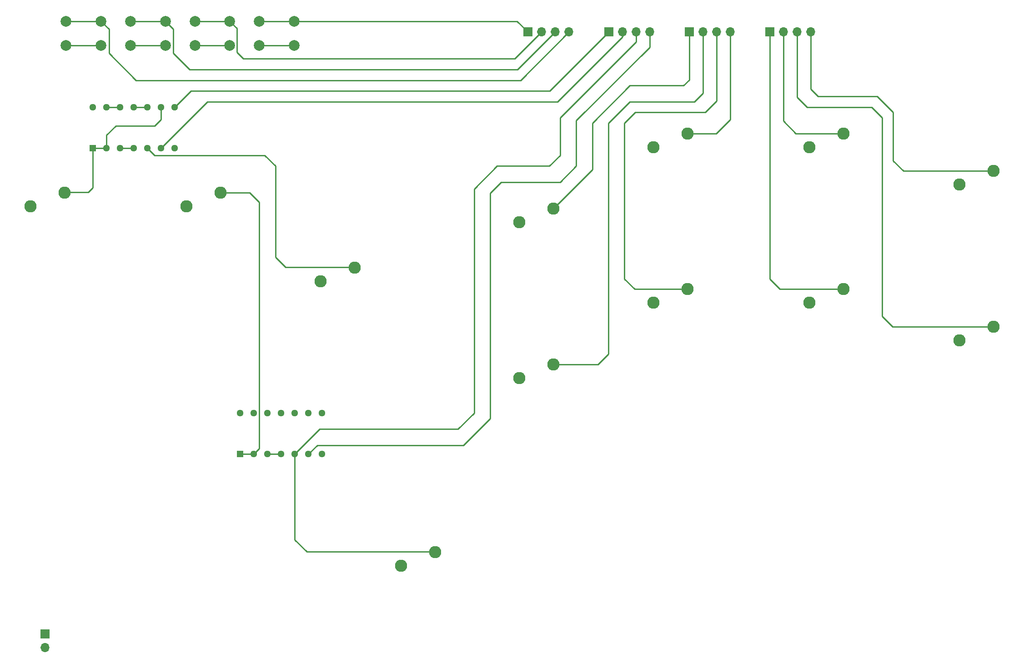
<source format=gbr>
%TF.GenerationSoftware,KiCad,Pcbnew,7.0.2*%
%TF.CreationDate,2023-06-15T03:48:31-07:00*%
%TF.ProjectId,DS5,4453352e-6b69-4636-9164-5f7063625858,rev?*%
%TF.SameCoordinates,Original*%
%TF.FileFunction,Copper,L1,Top*%
%TF.FilePolarity,Positive*%
%FSLAX46Y46*%
G04 Gerber Fmt 4.6, Leading zero omitted, Abs format (unit mm)*
G04 Created by KiCad (PCBNEW 7.0.2) date 2023-06-15 03:48:31*
%MOMM*%
%LPD*%
G01*
G04 APERTURE LIST*
%TA.AperFunction,ComponentPad*%
%ADD10R,1.295400X1.295400*%
%TD*%
%TA.AperFunction,ComponentPad*%
%ADD11C,1.295400*%
%TD*%
%TA.AperFunction,ComponentPad*%
%ADD12R,1.700000X1.700000*%
%TD*%
%TA.AperFunction,ComponentPad*%
%ADD13O,1.700000X1.700000*%
%TD*%
%TA.AperFunction,ComponentPad*%
%ADD14C,2.286000*%
%TD*%
%TA.AperFunction,ComponentPad*%
%ADD15C,2.000000*%
%TD*%
%TA.AperFunction,Conductor*%
%ADD16C,0.250000*%
%TD*%
G04 APERTURE END LIST*
D10*
%TO.P,Left + Right,1,1A*%
%TO.N,Net-(Neutral1-1A)*%
X49000000Y-49620000D03*
D11*
%TO.P,Left + Right,2,1B*%
X51540000Y-49620000D03*
%TO.P,Left + Right,3,1Y*%
%TO.N,Net-(Neutral1-1Y)*%
X54080000Y-49620000D03*
%TO.P,Left + Right,4,2A*%
X56620000Y-49620000D03*
%TO.P,Left + Right,5,2B*%
%TO.N,Net-(Neutral1-2B)*%
X59160000Y-49620000D03*
%TO.P,Left + Right,6,2Y*%
%TO.N,/Left*%
X61700000Y-49620000D03*
%TO.P,Left + Right,7,GND*%
%TO.N,GND*%
X64240000Y-49620000D03*
%TO.P,Left + Right,8,3Y*%
%TO.N,/Right*%
X64240000Y-42000000D03*
%TO.P,Left + Right,9,3A*%
%TO.N,Net-(Neutral1-1A)*%
X61700000Y-42000000D03*
%TO.P,Left + Right,10,3B*%
%TO.N,Net-(Neutral1-3B)*%
X59160000Y-42000000D03*
%TO.P,Left + Right,11,4Y*%
X56620000Y-42000000D03*
%TO.P,Left + Right,12,4A*%
%TO.N,Net-(Neutral1-2B)*%
X54080000Y-42000000D03*
%TO.P,Left + Right,13,4B*%
X51540000Y-42000000D03*
%TO.P,Left + Right,14,VCC*%
%TO.N,/5V*%
X49000000Y-42000000D03*
%TD*%
D12*
%TO.P,BT1,1,+*%
%TO.N,/5V*%
X40100000Y-140160000D03*
D13*
%TO.P,BT1,2,-*%
%TO.N,GND*%
X40100000Y-142700000D03*
%TD*%
D12*
%TO.P,Shoulder,1,Pin_1*%
%TO.N,/R2*%
X175060000Y-28000000D03*
D13*
%TO.P,Shoulder,2,Pin_2*%
%TO.N,/R1*%
X177600000Y-28000000D03*
%TO.P,Shoulder,3,Pin_3*%
%TO.N,/L2*%
X180140000Y-28000000D03*
%TO.P,Shoulder,4,Pin_4*%
%TO.N,/L1*%
X182680000Y-28000000D03*
%TD*%
D14*
%TO.P,Right,2*%
%TO.N,GND*%
X91400000Y-74460000D03*
%TO.P,Right,1*%
%TO.N,Net-(Neutral1-2B)*%
X97750000Y-71920000D03*
%TD*%
%TO.P,L1,1*%
%TO.N,/L1*%
X216750000Y-53920000D03*
%TO.P,L1,2*%
%TO.N,GND*%
X210400000Y-56460000D03*
%TD*%
D12*
%TO.P,DPad1,1,Pin_1*%
%TO.N,/Right*%
X145060000Y-28000000D03*
D13*
%TO.P,DPad1,2,Pin_2*%
%TO.N,/Left*%
X147600000Y-28000000D03*
%TO.P,DPad1,3,Pin_3*%
%TO.N,/Up*%
X150140000Y-28000000D03*
%TO.P,DPad1,4,Pin_4*%
%TO.N,/Down*%
X152680000Y-28000000D03*
%TD*%
D14*
%TO.P,Cross,1*%
%TO.N,/X*%
X134750000Y-89920000D03*
%TO.P,Cross,2*%
%TO.N,GND*%
X128400000Y-92460000D03*
%TD*%
D10*
%TO.P,Up + Down,1,1A*%
%TO.N,Net-(UpPrio1-1A)*%
X76460000Y-106620000D03*
D11*
%TO.P,Up + Down,2,1B*%
X79000000Y-106620000D03*
%TO.P,Up + Down,3,1Y*%
%TO.N,Net-(UpPrio1-1Y)*%
X81540000Y-106620000D03*
%TO.P,Up + Down,4,2A*%
X84080000Y-106620000D03*
%TO.P,Up + Down,5,2B*%
%TO.N,/Up*%
X86620000Y-106620000D03*
%TO.P,Up + Down,6,2Y*%
%TO.N,/Down*%
X89160000Y-106620000D03*
%TO.P,Up + Down,7,GND*%
%TO.N,GND*%
X91700000Y-106620000D03*
%TO.P,Up + Down,8,3Y*%
%TO.N,unconnected-(UpPrio1-3Y-Pad8)*%
X91700000Y-99000000D03*
%TO.P,Up + Down,9,3A*%
%TO.N,unconnected-(UpPrio1-3A-Pad9)*%
X89160000Y-99000000D03*
%TO.P,Up + Down,10,3B*%
%TO.N,unconnected-(UpPrio1-3B-Pad10)*%
X86620000Y-99000000D03*
%TO.P,Up + Down,11,4Y*%
%TO.N,unconnected-(UpPrio1-4Y-Pad11)*%
X84080000Y-99000000D03*
%TO.P,Up + Down,12,4A*%
%TO.N,unconnected-(UpPrio1-4A-Pad12)*%
X81540000Y-99000000D03*
%TO.P,Up + Down,13,4B*%
%TO.N,unconnected-(UpPrio1-4B-Pad13)*%
X79000000Y-99000000D03*
%TO.P,Up + Down,14,VCC*%
%TO.N,/5V*%
X76460000Y-99000000D03*
%TD*%
D15*
%TO.P,Share,1*%
%TO.N,/Share*%
X68000000Y-26000000D03*
X74500000Y-26000000D03*
%TO.P,Share,2*%
%TO.N,GND*%
X68000000Y-30500000D03*
X74500000Y-30500000D03*
%TD*%
D14*
%TO.P,L2,1*%
%TO.N,/L2*%
X216750000Y-82920000D03*
%TO.P,L2,2*%
%TO.N,GND*%
X210400000Y-85460000D03*
%TD*%
%TO.P,Left,1*%
%TO.N,Net-(Neutral1-1A)*%
X43750000Y-57920000D03*
%TO.P,Left,2*%
%TO.N,GND*%
X37400000Y-60460000D03*
%TD*%
%TO.P,R2,1*%
%TO.N,/R2*%
X188750000Y-75920000D03*
%TO.P,R2,2*%
%TO.N,GND*%
X182400000Y-78460000D03*
%TD*%
D15*
%TO.P,Touch,1*%
%TO.N,/Touch*%
X80000000Y-26000000D03*
X86500000Y-26000000D03*
%TO.P,Touch,2*%
%TO.N,GND*%
X80000000Y-30500000D03*
X86500000Y-30500000D03*
%TD*%
D14*
%TO.P,Up,1*%
%TO.N,/Up*%
X112750000Y-124920000D03*
%TO.P,Up,2*%
%TO.N,GND*%
X106400000Y-127460000D03*
%TD*%
%TO.P,R1,1*%
%TO.N,/R1*%
X188750000Y-46920000D03*
%TO.P,R1,2*%
%TO.N,GND*%
X182400000Y-49460000D03*
%TD*%
D15*
%TO.P,Option,1*%
%TO.N,/Option*%
X56000000Y-26000000D03*
X62500000Y-26000000D03*
%TO.P,Option,2*%
%TO.N,GND*%
X56000000Y-30500000D03*
X62500000Y-30500000D03*
%TD*%
D14*
%TO.P,Square,1*%
%TO.N,/\u25A1*%
X134750000Y-60920000D03*
%TO.P,Square,2*%
%TO.N,GND*%
X128400000Y-63460000D03*
%TD*%
D12*
%TO.P,Face,1,Pin_1*%
%TO.N,/\u25A1*%
X160060000Y-28000000D03*
D13*
%TO.P,Face,2,Pin_2*%
%TO.N,/X*%
X162600000Y-28000000D03*
%TO.P,Face,3,Pin_3*%
%TO.N,/O*%
X165140000Y-28000000D03*
%TO.P,Face,4,Pin_4*%
%TO.N,/\u25B3*%
X167680000Y-28000000D03*
%TD*%
D14*
%TO.P,Circle,1*%
%TO.N,/O*%
X159750000Y-75920000D03*
%TO.P,Circle,2*%
%TO.N,GND*%
X153400000Y-78460000D03*
%TD*%
%TO.P,Down,2*%
%TO.N,GND*%
X66400000Y-60460000D03*
%TO.P,Down,1*%
%TO.N,Net-(UpPrio1-1A)*%
X72750000Y-57920000D03*
%TD*%
%TO.P,Triangle,1*%
%TO.N,/\u25B3*%
X159750000Y-46920000D03*
%TO.P,Triangle,2*%
%TO.N,GND*%
X153400000Y-49460000D03*
%TD*%
D15*
%TO.P,Ps,1*%
%TO.N,/PS*%
X44000000Y-26000000D03*
X50500000Y-26000000D03*
%TO.P,Ps,2*%
%TO.N,GND*%
X44000000Y-30500000D03*
X50500000Y-30500000D03*
%TD*%
D12*
%TO.P,Side,1,Pin_1*%
%TO.N,/Touch*%
X130000000Y-28000000D03*
D13*
%TO.P,Side,2,Pin_2*%
%TO.N,/Share*%
X132540000Y-28000000D03*
%TO.P,Side,3,Pin_3*%
%TO.N,/Option*%
X135080000Y-28000000D03*
%TO.P,Side,4,Pin_4*%
%TO.N,/PS*%
X137620000Y-28000000D03*
%TD*%
D16*
%TO.N,/Left*%
X135500000Y-41000000D02*
X70320000Y-41000000D01*
X147600000Y-28900000D02*
X135500000Y-41000000D01*
X70320000Y-41000000D02*
X61700000Y-49620000D01*
X147600000Y-28000000D02*
X147600000Y-28900000D01*
%TO.N,/Right*%
X134060000Y-39000000D02*
X145060000Y-28000000D01*
X67240000Y-39000000D02*
X134060000Y-39000000D01*
X64240000Y-42000000D02*
X67240000Y-39000000D01*
%TO.N,/Option*%
X128080000Y-35000000D02*
X135080000Y-28000000D01*
X67000000Y-35000000D02*
X128080000Y-35000000D01*
X64000000Y-32000000D02*
X67000000Y-35000000D01*
X64000000Y-27500000D02*
X64000000Y-32000000D01*
X62500000Y-26000000D02*
X64000000Y-27500000D01*
%TO.N,/PS*%
X57000000Y-37000000D02*
X128620000Y-37000000D01*
X52000000Y-32000000D02*
X57000000Y-37000000D01*
X52000000Y-27500000D02*
X52000000Y-32000000D01*
X128620000Y-37000000D02*
X137620000Y-28000000D01*
X50500000Y-26000000D02*
X52000000Y-27500000D01*
%TO.N,/Down*%
X90780000Y-105000000D02*
X89160000Y-106620000D01*
X118000000Y-105000000D02*
X90780000Y-105000000D01*
X139000000Y-53000000D02*
X136000000Y-56000000D01*
X123000000Y-100000000D02*
X118000000Y-105000000D01*
X139000000Y-44500000D02*
X139000000Y-53000000D01*
X123000000Y-58000000D02*
X123000000Y-100000000D01*
X152680000Y-30820000D02*
X139000000Y-44500000D01*
X136000000Y-56000000D02*
X125000000Y-56000000D01*
X152680000Y-28000000D02*
X152680000Y-30820000D01*
X125000000Y-56000000D02*
X123000000Y-58000000D01*
%TO.N,Net-(Neutral1-1A)*%
X51540000Y-47210000D02*
X51540000Y-49620000D01*
X61700000Y-44300000D02*
X60520000Y-45480000D01*
X53270000Y-45480000D02*
X51540000Y-47210000D01*
X61700000Y-42000000D02*
X61700000Y-44300000D01*
X60520000Y-45480000D02*
X53270000Y-45480000D01*
%TO.N,Net-(UpPrio1-1A)*%
X79972700Y-59722700D02*
X78170000Y-57920000D01*
X79000000Y-106620000D02*
X79972700Y-105647300D01*
X79972700Y-105647300D02*
X79972700Y-59722700D01*
X78170000Y-57920000D02*
X72750000Y-57920000D01*
%TO.N,/Up*%
X124250000Y-53000000D02*
X134000000Y-53000000D01*
X86620000Y-106620000D02*
X91240000Y-102000000D01*
X120000000Y-57250000D02*
X124250000Y-53000000D01*
X91240000Y-102000000D02*
X117000000Y-102000000D01*
X136000000Y-51000000D02*
X136000000Y-44000000D01*
X120000000Y-99000000D02*
X120000000Y-57250000D01*
X117000000Y-102000000D02*
X120000000Y-99000000D01*
X134000000Y-53000000D02*
X136000000Y-51000000D01*
X136000000Y-44000000D02*
X150140000Y-29860000D01*
X150140000Y-29860000D02*
X150140000Y-28000000D01*
%TO.N,/\u25A1*%
X142000000Y-53670000D02*
X142000000Y-45000000D01*
X134750000Y-60920000D02*
X142000000Y-53670000D01*
X159000000Y-38000000D02*
X160060000Y-36940000D01*
X160060000Y-36940000D02*
X160060000Y-28000000D01*
X149000000Y-38000000D02*
X159000000Y-38000000D01*
X142000000Y-45000000D02*
X149000000Y-38000000D01*
%TO.N,/X*%
X149000000Y-41000000D02*
X161000000Y-41000000D01*
X145000000Y-88000000D02*
X145000000Y-45000000D01*
X145000000Y-45000000D02*
X149000000Y-41000000D01*
X134750000Y-89920000D02*
X143080000Y-89920000D01*
X143080000Y-89920000D02*
X145000000Y-88000000D01*
X161000000Y-41000000D02*
X162600000Y-39400000D01*
X162600000Y-39400000D02*
X162600000Y-28000000D01*
%TO.N,/O*%
X165140000Y-40860000D02*
X165140000Y-28000000D01*
X163000000Y-43000000D02*
X165140000Y-40860000D01*
X150000000Y-43000000D02*
X163000000Y-43000000D01*
X149920000Y-75920000D02*
X148000000Y-74000000D01*
X148000000Y-74000000D02*
X148000000Y-45000000D01*
X159750000Y-75920000D02*
X149920000Y-75920000D01*
X148000000Y-45000000D02*
X150000000Y-43000000D01*
%TO.N,/\u25B3*%
X165080000Y-46920000D02*
X159750000Y-46920000D01*
X167680000Y-28000000D02*
X167680000Y-44320000D01*
X167680000Y-44320000D02*
X165080000Y-46920000D01*
%TO.N,/L1*%
X184000000Y-40000000D02*
X182680000Y-38680000D01*
X195000000Y-40000000D02*
X184000000Y-40000000D01*
X198000000Y-52000000D02*
X198000000Y-43000000D01*
X182680000Y-38680000D02*
X182680000Y-28000000D01*
X199920000Y-53920000D02*
X198000000Y-52000000D01*
X216750000Y-53920000D02*
X199920000Y-53920000D01*
X198000000Y-43000000D02*
X195000000Y-40000000D01*
%TO.N,/L2*%
X182000000Y-42000000D02*
X180140000Y-40140000D01*
X216750000Y-82920000D02*
X197920000Y-82920000D01*
X197920000Y-82920000D02*
X196000000Y-81000000D01*
X196000000Y-81000000D02*
X196000000Y-44000000D01*
X196000000Y-44000000D02*
X194000000Y-42000000D01*
X194000000Y-42000000D02*
X182000000Y-42000000D01*
X180140000Y-40140000D02*
X180140000Y-28000000D01*
%TO.N,/R1*%
X179920000Y-46920000D02*
X188750000Y-46920000D01*
X177600000Y-44600000D02*
X179920000Y-46920000D01*
X177600000Y-28000000D02*
X177600000Y-44600000D01*
%TO.N,/R2*%
X176920000Y-75920000D02*
X188750000Y-75920000D01*
X175060000Y-28000000D02*
X175060000Y-74060000D01*
X175060000Y-74060000D02*
X176920000Y-75920000D01*
%TO.N,Net-(Neutral1-2B)*%
X60540000Y-51000000D02*
X59160000Y-49620000D01*
X81000000Y-51000000D02*
X60540000Y-51000000D01*
X83000000Y-53000000D02*
X81000000Y-51000000D01*
X83000000Y-70000000D02*
X83000000Y-53000000D01*
X84852313Y-71852313D02*
X83000000Y-70000000D01*
X97830918Y-71852313D02*
X84852313Y-71852313D01*
%TO.N,/Share*%
X127540000Y-33000000D02*
X132540000Y-28000000D01*
X75825000Y-31825000D02*
X77000000Y-33000000D01*
X75825000Y-27325000D02*
X75825000Y-31825000D01*
X74500000Y-26000000D02*
X75825000Y-27325000D01*
X77000000Y-33000000D02*
X127540000Y-33000000D01*
%TO.N,/Touch*%
X128000000Y-26000000D02*
X130000000Y-28000000D01*
X86500000Y-26000000D02*
X128000000Y-26000000D01*
%TO.N,GND*%
X80000000Y-30500000D02*
X86500000Y-30500000D01*
%TO.N,/Touch*%
X80000000Y-26000000D02*
X86500000Y-26000000D01*
%TO.N,GND*%
X68000000Y-30500000D02*
X74500000Y-30500000D01*
%TO.N,/Share*%
X68000000Y-26000000D02*
X74500000Y-26000000D01*
%TO.N,GND*%
X56000000Y-30500000D02*
X62500000Y-30500000D01*
%TO.N,/Option*%
X56000000Y-26000000D02*
X62500000Y-26000000D01*
%TO.N,GND*%
X44000000Y-30500000D02*
X50500000Y-30500000D01*
%TO.N,/PS*%
X44000000Y-26000000D02*
X50500000Y-26000000D01*
%TO.N,Net-(Neutral1-3B)*%
X56620000Y-42000000D02*
X59160000Y-42000000D01*
%TO.N,Net-(Neutral1-2B)*%
X51540000Y-42000000D02*
X54080000Y-42000000D01*
%TO.N,/Up*%
X86620000Y-106620000D02*
X86620000Y-122620000D01*
X86620000Y-122620000D02*
X88852313Y-124852313D01*
X88852313Y-124852313D02*
X112830918Y-124852313D01*
%TO.N,Net-(UpPrio1-1A)*%
X76460000Y-106620000D02*
X79000000Y-106620000D01*
%TO.N,Net-(Neutral1-1A)*%
X49000000Y-57000000D02*
X49000000Y-49620000D01*
X49000000Y-49620000D02*
X51540000Y-49620000D01*
X43830918Y-57852313D02*
X48147687Y-57852313D01*
X48147687Y-57852313D02*
X49000000Y-57000000D01*
%TO.N,Net-(Neutral1-1Y)*%
X54080000Y-49620000D02*
X56620000Y-49620000D01*
%TO.N,Net-(UpPrio1-1Y)*%
X81540000Y-106620000D02*
X84080000Y-106620000D01*
%TD*%
M02*

</source>
